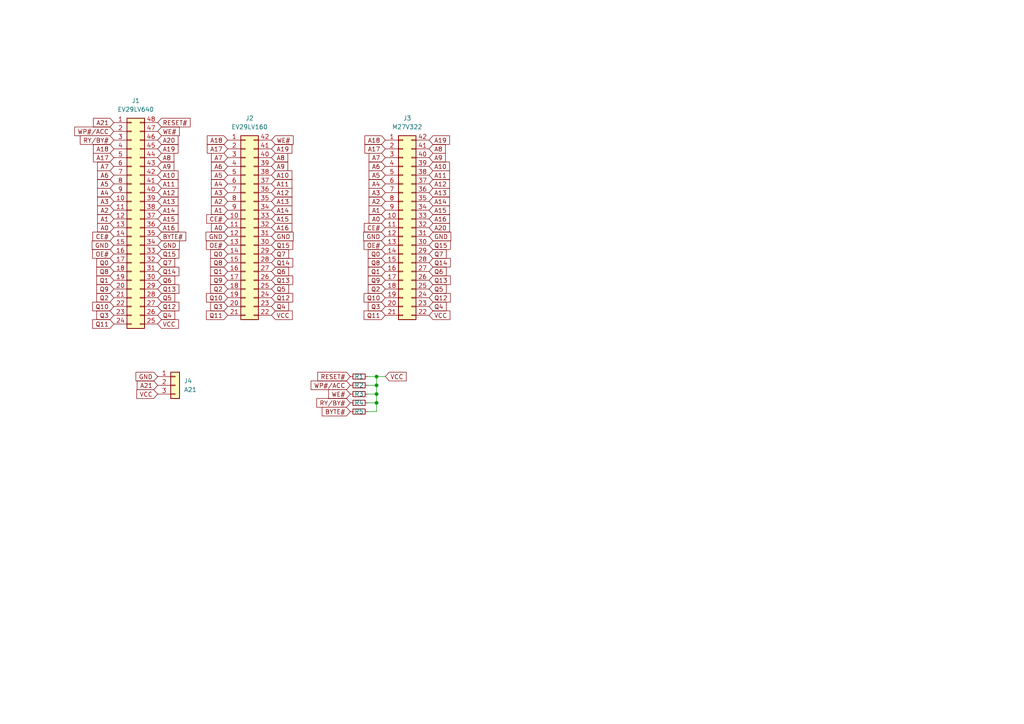
<source format=kicad_sch>
(kicad_sch (version 20230121) (generator eeschema)
  (paper "A4")
  (lib_symbols
    (symbol "Connector_Generic:Conn_01x03" (pin_names (offset 1.016) hide)
      (property "Reference" "J" (at 0 5.08 0))
      (property "Value" "Conn_01x03" (at 0 -5.08 0))
      (symbol "Conn_01x03_1_1"
        (rectangle (start -1.27 -2.413) (end 0 -2.667) (stroke (width 0.1524)))
        (rectangle (start -1.27 0.127) (end 0 -0.127) (stroke (width 0.1524)))
        (rectangle (start -1.27 2.667) (end 0 2.413) (stroke (width 0.1524)))
        (rectangle (start -1.27 3.81) (end 1.27 -3.81) (stroke (width 0.254)) (fill (type background)))
        (pin passive line (at -5.08 2.54 0) (length 3.81) (name "Pin_1") (number "1"))
        (pin passive line (at -5.08 0 0) (length 3.81) (name "Pin_2") (number "2"))
        (pin passive line (at -5.08 -2.54 0) (length 3.81) (name "Pin_3") (number "3"))
      )
    )
    (symbol "Connector_Generic:Conn_02x21_Counter_Clockwise" (pin_names (offset 1.016) hide)
      (property "Reference" "J" (at 1.27 27.94 0))
      (property "Value" "Conn_02x21_Counter_Clockwise" (at 1.27 -27.94 0))
      (symbol "Conn_02x21_Counter_Clockwise_1_1"
        (rectangle (start -1.27 -25.273) (end 0 -25.527) (stroke (width 0.1524)))
        (rectangle (start -1.27 -22.733) (end 0 -22.987) (stroke (width 0.1524)))
        (rectangle (start -1.27 -20.193) (end 0 -20.447) (stroke (width 0.1524)))
        (rectangle (start -1.27 -17.653) (end 0 -17.907) (stroke (width 0.1524)))
        (rectangle (start -1.27 -15.113) (end 0 -15.367) (stroke (width 0.1524)))
        (rectangle (start -1.27 -12.573) (end 0 -12.827) (stroke (width 0.1524)))
        (rectangle (start -1.27 -10.033) (end 0 -10.287) (stroke (width 0.1524)))
        (rectangle (start -1.27 -7.493) (end 0 -7.747) (stroke (width 0.1524)))
        (rectangle (start -1.27 -4.953) (end 0 -5.207) (stroke (width 0.1524)))
        (rectangle (start -1.27 -2.413) (end 0 -2.667) (stroke (width 0.1524)))
        (rectangle (start -1.27 0.127) (end 0 -0.127) (stroke (width 0.1524)))
        (rectangle (start -1.27 2.667) (end 0 2.413) (stroke (width 0.1524)))
        (rectangle (start -1.27 5.207) (end 0 4.953) (stroke (width 0.1524)))
        (rectangle (start -1.27 7.747) (end 0 7.493) (stroke (width 0.1524)))
        (rectangle (start -1.27 10.287) (end 0 10.033) (stroke (width 0.1524)))
        (rectangle (start -1.27 12.827) (end 0 12.573) (stroke (width 0.1524)))
        (rectangle (start -1.27 15.367) (end 0 15.113) (stroke (width 0.1524)))
        (rectangle (start -1.27 17.907) (end 0 17.653) (stroke (width 0.1524)))
        (rectangle (start -1.27 20.447) (end 0 20.193) (stroke (width 0.1524)))
        (rectangle (start -1.27 22.987) (end 0 22.733) (stroke (width 0.1524)))
        (rectangle (start -1.27 25.527) (end 0 25.273) (stroke (width 0.1524)))
        (rectangle (start -1.27 26.67) (end 3.81 -26.67) (stroke (width 0.254)) (fill (type background)))
        (rectangle (start 3.81 -25.273) (end 2.54 -25.527) (stroke (width 0.1524)))
        (rectangle (start 3.81 -22.733) (end 2.54 -22.987) (stroke (width 0.1524)))
        (rectangle (start 3.81 -20.193) (end 2.54 -20.447) (stroke (width 0.1524)))
        (rectangle (start 3.81 -17.653) (end 2.54 -17.907) (stroke (width 0.1524)))
        (rectangle (start 3.81 -15.113) (end 2.54 -15.367) (stroke (width 0.1524)))
        (rectangle (start 3.81 -12.573) (end 2.54 -12.827) (stroke (width 0.1524)))
        (rectangle (start 3.81 -10.033) (end 2.54 -10.287) (stroke (width 0.1524)))
        (rectangle (start 3.81 -7.493) (end 2.54 -7.747) (stroke (width 0.1524)))
        (rectangle (start 3.81 -4.953) (end 2.54 -5.207) (stroke (width 0.1524)))
        (rectangle (start 3.81 -2.413) (end 2.54 -2.667) (stroke (width 0.1524)))
        (rectangle (start 3.81 0.127) (end 2.54 -0.127) (stroke (width 0.1524)))
        (rectangle (start 3.81 2.667) (end 2.54 2.413) (stroke (width 0.1524)))
        (rectangle (start 3.81 5.207) (end 2.54 4.953) (stroke (width 0.1524)))
        (rectangle (start 3.81 7.747) (end 2.54 7.493) (stroke (width 0.1524)))
        (rectangle (start 3.81 10.287) (end 2.54 10.033) (stroke (width 0.1524)))
        (rectangle (start 3.81 12.827) (end 2.54 12.573) (stroke (width 0.1524)))
        (rectangle (start 3.81 15.367) (end 2.54 15.113) (stroke (width 0.1524)))
        (rectangle (start 3.81 17.907) (end 2.54 17.653) (stroke (width 0.1524)))
        (rectangle (start 3.81 20.447) (end 2.54 20.193) (stroke (width 0.1524)))
        (rectangle (start 3.81 22.987) (end 2.54 22.733) (stroke (width 0.1524)))
        (rectangle (start 3.81 25.527) (end 2.54 25.273) (stroke (width 0.1524)))
        (pin passive line (at -5.08 25.4 0) (length 3.81) (name "Pin_1") (number "1"))
        (pin passive line (at -5.08 2.54 0) (length 3.81) (name "Pin_10") (number "10"))
        (pin passive line (at -5.08 0 0) (length 3.81) (name "Pin_11") (number "11"))
        (pin passive line (at -5.08 -2.54 0) (length 3.81) (name "Pin_12") (number "12"))
        (pin passive line (at -5.08 -5.08 0) (length 3.81) (name "Pin_13") (number "13"))
        (pin passive line (at -5.08 -7.62 0) (length 3.81) (name "Pin_14") (number "14"))
        (pin passive line (at -5.08 -10.16 0) (length 3.81) (name "Pin_15") (number "15"))
        (pin passive line (at -5.08 -12.7 0) (length 3.81) (name "Pin_16") (number "16"))
        (pin passive line (at -5.08 -15.24 0) (length 3.81) (name "Pin_17") (number "17"))
        (pin passive line (at -5.08 -17.78 0) (length 3.81) (name "Pin_18") (number "18"))
        (pin passive line (at -5.08 -20.32 0) (length 3.81) (name "Pin_19") (number "19"))
        (pin passive line (at -5.08 22.86 0) (length 3.81) (name "Pin_2") (number "2"))
        (pin passive line (at -5.08 -22.86 0) (length 3.81) (name "Pin_20") (number "20"))
        (pin passive line (at -5.08 -25.4 0) (length 3.81) (name "Pin_21") (number "21"))
        (pin passive line (at 7.62 -25.4 180) (length 3.81) (name "Pin_22") (number "22"))
        (pin passive line (at 7.62 -22.86 180) (length 3.81) (name "Pin_23") (number "23"))
        (pin passive line (at 7.62 -20.32 180) (length 3.81) (name "Pin_24") (number "24"))
        (pin passive line (at 7.62 -17.78 180) (length 3.81) (name "Pin_25") (number "25"))
        (pin passive line (at 7.62 -15.24 180) (length 3.81) (name "Pin_26") (number "26"))
        (pin passive line (at 7.62 -12.7 180) (length 3.81) (name "Pin_27") (number "27"))
        (pin passive line (at 7.62 -10.16 180) (length 3.81) (name "Pin_28") (number "28"))
        (pin passive line (at 7.62 -7.62 180) (length 3.81) (name "Pin_29") (number "29"))
        (pin passive line (at -5.08 20.32 0) (length 3.81) (name "Pin_3") (number "3"))
        (pin passive line (at 7.62 -5.08 180) (length 3.81) (name "Pin_30") (number "30"))
        (pin passive line (at 7.62 -2.54 180) (length 3.81) (name "Pin_31") (number "31"))
        (pin passive line (at 7.62 0 180) (length 3.81) (name "Pin_32") (number "32"))
        (pin passive line (at 7.62 2.54 180) (length 3.81) (name "Pin_33") (number "33"))
        (pin passive line (at 7.62 5.08 180) (length 3.81) (name "Pin_34") (number "34"))
        (pin passive line (at 7.62 7.62 180) (length 3.81) (name "Pin_35") (number "35"))
        (pin passive line (at 7.62 10.16 180) (length 3.81) (name "Pin_36") (number "36"))
        (pin passive line (at 7.62 12.7 180) (length 3.81) (name "Pin_37") (number "37"))
        (pin passive line (at 7.62 15.24 180) (length 3.81) (name "Pin_38") (number "38"))
        (pin passive line (at 7.62 17.78 180) (length 3.81) (name "Pin_39") (number "39"))
        (pin passive line (at -5.08 17.78 0) (length 3.81) (name "Pin_4") (number "4"))
        (pin passive line (at 7.62 20.32 180) (length 3.81) (name "Pin_40") (number "40"))
        (pin passive line (at 7.62 22.86 180) (length 3.81) (name "Pin_41") (number "41"))
        (pin passive line (at 7.62 25.4 180) (length 3.81) (name "Pin_42") (number "42"))
        (pin passive line (at -5.08 15.24 0) (length 3.81) (name "Pin_5") (number "5"))
        (pin passive line (at -5.08 12.7 0) (length 3.81) (name "Pin_6") (number "6"))
        (pin passive line (at -5.08 10.16 0) (length 3.81) (name "Pin_7") (number "7"))
        (pin passive line (at -5.08 7.62 0) (length 3.81) (name "Pin_8") (number "8"))
        (pin passive line (at -5.08 5.08 0) (length 3.81) (name "Pin_9") (number "9"))
      )
    )
    (symbol "Connector_Generic:Conn_02x24_Counter_Clockwise" (pin_names (offset 1.016) hide)
      (property "Reference" "J" (at 1.27 30.48 0))
      (property "Value" "Conn_02x24_Counter_Clockwise" (at 1.27 -33.02 0))
      (symbol "Conn_02x24_Counter_Clockwise_1_1"
        (rectangle (start -1.27 -30.353) (end 0 -30.607) (stroke (width 0.1524)))
        (rectangle (start -1.27 -27.813) (end 0 -28.067) (stroke (width 0.1524)))
        (rectangle (start -1.27 -25.273) (end 0 -25.527) (stroke (width 0.1524)))
        (rectangle (start -1.27 -22.733) (end 0 -22.987) (stroke (width 0.1524)))
        (rectangle (start -1.27 -20.193) (end 0 -20.447) (stroke (width 0.1524)))
        (rectangle (start -1.27 -17.653) (end 0 -17.907) (stroke (width 0.1524)))
        (rectangle (start -1.27 -15.113) (end 0 -15.367) (stroke (width 0.1524)))
        (rectangle (start -1.27 -12.573) (end 0 -12.827) (stroke (width 0.1524)))
        (rectangle (start -1.27 -10.033) (end 0 -10.287) (stroke (width 0.1524)))
        (rectangle (start -1.27 -7.493) (end 0 -7.747) (stroke (width 0.1524)))
        (rectangle (start -1.27 -4.953) (end 0 -5.207) (stroke (width 0.1524)))
        (rectangle (start -1.27 -2.413) (end 0 -2.667) (stroke (width 0.1524)))
        (rectangle (start -1.27 0.127) (end 0 -0.127) (stroke (width 0.1524)))
        (rectangle (start -1.27 2.667) (end 0 2.413) (stroke (width 0.1524)))
        (rectangle (start -1.27 5.207) (end 0 4.953) (stroke (width 0.1524)))
        (rectangle (start -1.27 7.747) (end 0 7.493) (stroke (width 0.1524)))
        (rectangle (start -1.27 10.287) (end 0 10.033) (stroke (width 0.1524)))
        (rectangle (start -1.27 12.827) (end 0 12.573) (stroke (width 0.1524)))
        (rectangle (start -1.27 15.367) (end 0 15.113) (stroke (width 0.1524)))
        (rectangle (start -1.27 17.907) (end 0 17.653) (stroke (width 0.1524)))
        (rectangle (start -1.27 20.447) (end 0 20.193) (stroke (width 0.1524)))
        (rectangle (start -1.27 22.987) (end 0 22.733) (stroke (width 0.1524)))
        (rectangle (start -1.27 25.527) (end 0 25.273) (stroke (width 0.1524)))
        (rectangle (start -1.27 28.067) (end 0 27.813) (stroke (width 0.1524)))
        (rectangle (start -1.27 29.21) (end 3.81 -31.75) (stroke (width 0.254)) (fill (type background)))
        (rectangle (start 3.81 -30.353) (end 2.54 -30.607) (stroke (width 0.1524)))
        (rectangle (start 3.81 -27.813) (end 2.54 -28.067) (stroke (width 0.1524)))
        (rectangle (start 3.81 -25.273) (end 2.54 -25.527) (stroke (width 0.1524)))
        (rectangle (start 3.81 -22.733) (end 2.54 -22.987) (stroke (width 0.1524)))
        (rectangle (start 3.81 -20.193) (end 2.54 -20.447) (stroke (width 0.1524)))
        (rectangle (start 3.81 -17.653) (end 2.54 -17.907) (stroke (width 0.1524)))
        (rectangle (start 3.81 -15.113) (end 2.54 -15.367) (stroke (width 0.1524)))
        (rectangle (start 3.81 -12.573) (end 2.54 -12.827) (stroke (width 0.1524)))
        (rectangle (start 3.81 -10.033) (end 2.54 -10.287) (stroke (width 0.1524)))
        (rectangle (start 3.81 -7.493) (end 2.54 -7.747) (stroke (width 0.1524)))
        (rectangle (start 3.81 -4.953) (end 2.54 -5.207) (stroke (width 0.1524)))
        (rectangle (start 3.81 -2.413) (end 2.54 -2.667) (stroke (width 0.1524)))
        (rectangle (start 3.81 0.127) (end 2.54 -0.127) (stroke (width 0.1524)))
        (rectangle (start 3.81 2.667) (end 2.54 2.413) (stroke (width 0.1524)))
        (rectangle (start 3.81 5.207) (end 2.54 4.953) (stroke (width 0.1524)))
        (rectangle (start 3.81 7.747) (end 2.54 7.493) (stroke (width 0.1524)))
        (rectangle (start 3.81 10.287) (end 2.54 10.033) (stroke (width 0.1524)))
        (rectangle (start 3.81 12.827) (end 2.54 12.573) (stroke (width 0.1524)))
        (rectangle (start 3.81 15.367) (end 2.54 15.113) (stroke (width 0.1524)))
        (rectangle (start 3.81 17.907) (end 2.54 17.653) (stroke (width 0.1524)))
        (rectangle (start 3.81 20.447) (end 2.54 20.193) (stroke (width 0.1524)))
        (rectangle (start 3.81 22.987) (end 2.54 22.733) (stroke (width 0.1524)))
        (rectangle (start 3.81 25.527) (end 2.54 25.273) (stroke (width 0.1524)))
        (rectangle (start 3.81 28.067) (end 2.54 27.813) (stroke (width 0.1524)))
        (pin passive line (at -5.08 27.94 0) (length 3.81) (name "Pin_1") (number "1"))
        (pin passive line (at -5.08 5.08 0) (length 3.81) (name "Pin_10") (number "10"))
        (pin passive line (at -5.08 2.54 0) (length 3.81) (name "Pin_11") (number "11"))
        (pin passive line (at -5.08 0 0) (length 3.81) (name "Pin_12") (number "12"))
        (pin passive line (at -5.08 -2.54 0) (length 3.81) (name "Pin_13") (number "13"))
        (pin passive line (at -5.08 -5.08 0) (length 3.81) (name "Pin_14") (number "14"))
        (pin passive line (at -5.08 -7.62 0) (length 3.81) (name "Pin_15") (number "15"))
        (pin passive line (at -5.08 -10.16 0) (length 3.81) (name "Pin_16") (number "16"))
        (pin passive line (at -5.08 -12.7 0) (length 3.81) (name "Pin_17") (number "17"))
        (pin passive line (at -5.08 -15.24 0) (length 3.81) (name "Pin_18") (number "18"))
        (pin passive line (at -5.08 -17.78 0) (length 3.81) (name "Pin_19") (number "19"))
        (pin passive line (at -5.08 25.4 0) (length 3.81) (name "Pin_2") (number "2"))
        (pin passive line (at -5.08 -20.32 0) (length 3.81) (name "Pin_20") (number "20"))
        (pin passive line (at -5.08 -22.86 0) (length 3.81) (name "Pin_21") (number "21"))
        (pin passive line (at -5.08 -25.4 0) (length 3.81) (name "Pin_22") (number "22"))
        (pin passive line (at -5.08 -27.94 0) (length 3.81) (name "Pin_23") (number "23"))
        (pin passive line (at -5.08 -30.48 0) (length 3.81) (name "Pin_24") (number "24"))
        (pin passive line (at 7.62 -30.48 180) (length 3.81) (name "Pin_25") (number "25"))
        (pin passive line (at 7.62 -27.94 180) (length 3.81) (name "Pin_26") (number "26"))
        (pin passive line (at 7.62 -25.4 180) (length 3.81) (name "Pin_27") (number "27"))
        (pin passive line (at 7.62 -22.86 180) (length 3.81) (name "Pin_28") (number "28"))
        (pin passive line (at 7.62 -20.32 180) (length 3.81) (name "Pin_29") (number "29"))
        (pin passive line (at -5.08 22.86 0) (length 3.81) (name "Pin_3") (number "3"))
        (pin passive line (at 7.62 -17.78 180) (length 3.81) (name "Pin_30") (number "30"))
        (pin passive line (at 7.62 -15.24 180) (length 3.81) (name "Pin_31") (number "31"))
        (pin passive line (at 7.62 -12.7 180) (length 3.81) (name "Pin_32") (number "32"))
        (pin passive line (at 7.62 -10.16 180) (length 3.81) (name "Pin_33") (number "33"))
        (pin passive line (at 7.62 -7.62 180) (length 3.81) (name "Pin_34") (number "34"))
        (pin passive line (at 7.62 -5.08 180) (length 3.81) (name "Pin_35") (number "35"))
        (pin passive line (at 7.62 -2.54 180) (length 3.81) (name "Pin_36") (number "36"))
        (pin passive line (at 7.62 0 180) (length 3.81) (name "Pin_37") (number "37"))
        (pin passive line (at 7.62 2.54 180) (length 3.81) (name "Pin_38") (number "38"))
        (pin passive line (at 7.62 5.08 180) (length 3.81) (name "Pin_39") (number "39"))
        (pin passive line (at -5.08 20.32 0) (length 3.81) (name "Pin_4") (number "4"))
        (pin passive line (at 7.62 7.62 180) (length 3.81) (name "Pin_40") (number "40"))
        (pin passive line (at 7.62 10.16 180) (length 3.81) (name "Pin_41") (number "41"))
        (pin passive line (at 7.62 12.7 180) (length 3.81) (name "Pin_42") (number "42"))
        (pin passive line (at 7.62 15.24 180) (length 3.81) (name "Pin_43") (number "43"))
        (pin passive line (at 7.62 17.78 180) (length 3.81) (name "Pin_44") (number "44"))
        (pin passive line (at 7.62 20.32 180) (length 3.81) (name "Pin_45") (number "45"))
        (pin passive line (at 7.62 22.86 180) (length 3.81) (name "Pin_46") (number "46"))
        (pin passive line (at 7.62 25.4 180) (length 3.81) (name "Pin_47") (number "47"))
        (pin passive line (at 7.62 27.94 180) (length 3.81) (name "Pin_48") (number "48"))
        (pin passive line (at -5.08 17.78 0) (length 3.81) (name "Pin_5") (number "5"))
        (pin passive line (at -5.08 15.24 0) (length 3.81) (name "Pin_6") (number "6"))
        (pin passive line (at -5.08 12.7 0) (length 3.81) (name "Pin_7") (number "7"))
        (pin passive line (at -5.08 10.16 0) (length 3.81) (name "Pin_8") (number "8"))
        (pin passive line (at -5.08 7.62 0) (length 3.81) (name "Pin_9") (number "9"))
      )
    )
    (symbol "Device:R_Small" (pin_numbers hide) (pin_names (offset 0.254) hide)
      (property "Reference" "R" (at 0.762 0.508 0))
      (property "Value" "R_Small" (at 0.762 -1.016 0))
      (symbol "R_Small_0_1"
        (rectangle (start -0.762 1.778) (end 0.762 -1.778) (stroke (width 0.2032)))
      )
      (symbol "R_Small_1_1"
        (pin passive line (at 0 2.54 270) (length 0.762) (name "~") (number "1"))
        (pin passive line (at 0 -2.54 90) (length 0.762) (name "~") (number "2"))
      )
    )
  )
  (junction (at 109.22 114.3))
  (junction (at 109.22 111.76))
  (junction (at 109.22 109.22))
  (junction (at 109.22 116.84))
  (wire (pts (xy 109.22 119.38) (xy 109.22 116.84)))
  (wire (pts (xy 109.22 111.76) (xy 109.22 109.22)))
  (wire (pts (xy 106.68 114.3) (xy 109.22 114.3)))
  (wire (pts (xy 109.22 116.84) (xy 109.22 114.3)))
  (wire (pts (xy 106.68 116.84) (xy 109.22 116.84)))
  (wire (pts (xy 109.22 114.3) (xy 109.22 111.76)))
  (wire (pts (xy 109.22 109.22) (xy 106.68 109.22)))
  (wire (pts (xy 106.68 119.38) (xy 109.22 119.38)))
  (wire (pts (xy 109.22 109.22) (xy 111.76 109.22)))
  (wire (pts (xy 106.68 111.76) (xy 109.22 111.76)))
  (global_label "VCC" (shape input) (at 78.74 91.44 0) (property "Intersheetrefs" "${INTERSHEET_REFS}" (effects hide)))
  (global_label "Q9" (shape input) (at 66.04 81.28 180) (property "Intersheetrefs" "${INTERSHEET_REFS}" (effects hide)))
  (global_label "A18" (shape input) (at 33.02 43.18 180) (property "Intersheetrefs" "${INTERSHEET_REFS}" (effects hide)))
  (global_label "Q2" (shape input) (at 111.76 83.82 180) (property "Intersheetrefs" "${INTERSHEET_REFS}" (effects hide)))
  (global_label "GND" (shape input) (at 45.72 109.22 180) (property "Intersheetrefs" "${INTERSHEET_REFS}" (effects hide)))
  (global_label "Q14" (shape input) (at 78.74 76.2 0) (property "Intersheetrefs" "${INTERSHEET_REFS}" (effects hide)))
  (global_label "Q8" (shape input) (at 66.04 76.2 180) (property "Intersheetrefs" "${INTERSHEET_REFS}" (effects hide)))
  (global_label "Q8" (shape input) (at 33.02 78.74 180) (property "Intersheetrefs" "${INTERSHEET_REFS}" (effects hide)))
  (global_label "OE#" (shape input) (at 111.76 71.12 180) (property "Intersheetrefs" "${INTERSHEET_REFS}" (effects hide)))
  (global_label "WE#" (shape input) (at 45.72 38.1 0) (property "Intersheetrefs" "${INTERSHEET_REFS}" (effects hide)))
  (global_label "OE#" (shape input) (at 33.02 73.66 180) (property "Intersheetrefs" "${INTERSHEET_REFS}" (effects hide)))
  (global_label "A17" (shape input) (at 33.02 45.72 180) (property "Intersheetrefs" "${INTERSHEET_REFS}" (effects hide)))
  (global_label "A10" (shape input) (at 124.46 48.26 0) (property "Intersheetrefs" "${INTERSHEET_REFS}" (effects hide)))
  (global_label "A5" (shape input) (at 111.76 50.8 180) (property "Intersheetrefs" "${INTERSHEET_REFS}" (effects hide)))
  (global_label "WE#" (shape input) (at 78.74 40.64 0) (property "Intersheetrefs" "${INTERSHEET_REFS}" (effects hide)))
  (global_label "A2" (shape input) (at 33.02 60.96 180) (property "Intersheetrefs" "${INTERSHEET_REFS}" (effects hide)))
  (global_label "Q6" (shape input) (at 78.74 78.74 0) (property "Intersheetrefs" "${INTERSHEET_REFS}" (effects hide)))
  (global_label "Q1" (shape input) (at 111.76 78.74 180) (property "Intersheetrefs" "${INTERSHEET_REFS}" (effects hide)))
  (global_label "GND" (shape input) (at 78.74 68.58 0) (property "Intersheetrefs" "${INTERSHEET_REFS}" (effects hide)))
  (global_label "Q15" (shape input) (at 45.72 73.66 0) (property "Intersheetrefs" "${INTERSHEET_REFS}" (effects hide)))
  (global_label "Q12" (shape input) (at 45.72 88.9 0) (property "Intersheetrefs" "${INTERSHEET_REFS}" (effects hide)))
  (global_label "VCC" (shape input) (at 111.76 109.22 0) (property "Intersheetrefs" "${INTERSHEET_REFS}" (effects hide)))
  (global_label "A8" (shape input) (at 78.74 45.72 0) (property "Intersheetrefs" "${INTERSHEET_REFS}" (effects hide)))
  (global_label "A3" (shape input) (at 111.76 55.88 180) (property "Intersheetrefs" "${INTERSHEET_REFS}" (effects hide)))
  (global_label "Q3" (shape input) (at 33.02 91.44 180) (property "Intersheetrefs" "${INTERSHEET_REFS}" (effects hide)))
  (global_label "A21" (shape input) (at 45.72 111.76 180) (property "Intersheetrefs" "${INTERSHEET_REFS}" (effects hide)))
  (global_label "Q13" (shape input) (at 124.46 81.28 0) (property "Intersheetrefs" "${INTERSHEET_REFS}" (effects hide)))
  (global_label "Q5" (shape input) (at 78.74 83.82 0) (property "Intersheetrefs" "${INTERSHEET_REFS}" (effects hide)))
  (global_label "GND" (shape input) (at 111.76 68.58 180) (property "Intersheetrefs" "${INTERSHEET_REFS}" (effects hide)))
  (global_label "Q10" (shape input) (at 33.02 88.9 180) (property "Intersheetrefs" "${INTERSHEET_REFS}" (effects hide)))
  (global_label "Q5" (shape input) (at 124.46 83.82 0) (property "Intersheetrefs" "${INTERSHEET_REFS}" (effects hide)))
  (global_label "Q7" (shape input) (at 78.74 73.66 0) (property "Intersheetrefs" "${INTERSHEET_REFS}" (effects hide)))
  (global_label "A15" (shape input) (at 124.46 60.96 0) (property "Intersheetrefs" "${INTERSHEET_REFS}" (effects hide)))
  (global_label "Q12" (shape input) (at 124.46 86.36 0) (property "Intersheetrefs" "${INTERSHEET_REFS}" (effects hide)))
  (global_label "A12" (shape input) (at 45.72 55.88 0) (property "Intersheetrefs" "${INTERSHEET_REFS}" (effects hide)))
  (global_label "A12" (shape input) (at 78.74 55.88 0) (property "Intersheetrefs" "${INTERSHEET_REFS}" (effects hide)))
  (global_label "A17" (shape input) (at 66.04 43.18 180) (property "Intersheetrefs" "${INTERSHEET_REFS}" (effects hide)))
  (global_label "A7" (shape input) (at 66.04 45.72 180) (property "Intersheetrefs" "${INTERSHEET_REFS}" (effects hide)))
  (global_label "A6" (shape input) (at 33.02 50.8 180) (property "Intersheetrefs" "${INTERSHEET_REFS}" (effects hide)))
  (global_label "Q11" (shape input) (at 33.02 93.98 180) (property "Intersheetrefs" "${INTERSHEET_REFS}" (effects hide)))
  (global_label "A12" (shape input) (at 124.46 53.34 0) (property "Intersheetrefs" "${INTERSHEET_REFS}" (effects hide)))
  (global_label "Q3" (shape input) (at 111.76 88.9 180) (property "Intersheetrefs" "${INTERSHEET_REFS}" (effects hide)))
  (global_label "A5" (shape input) (at 33.02 53.34 180) (property "Intersheetrefs" "${INTERSHEET_REFS}" (effects hide)))
  (global_label "A4" (shape input) (at 33.02 55.88 180) (property "Intersheetrefs" "${INTERSHEET_REFS}" (effects hide)))
  (global_label "A6" (shape input) (at 66.04 48.26 180) (property "Intersheetrefs" "${INTERSHEET_REFS}" (effects hide)))
  (global_label "Q8" (shape input) (at 111.76 76.2 180) (property "Intersheetrefs" "${INTERSHEET_REFS}" (effects hide)))
  (global_label "A19" (shape input) (at 78.74 43.18 0) (property "Intersheetrefs" "${INTERSHEET_REFS}" (effects hide)))
  (global_label "A13" (shape input) (at 45.72 58.42 0) (property "Intersheetrefs" "${INTERSHEET_REFS}" (effects hide)))
  (global_label "RY{slash}BY#" (shape input) (at 33.02 40.64 180) (property "Intersheetrefs" "${INTERSHEET_REFS}" (effects hide)))
  (global_label "RY{slash}BY#" (shape input) (at 101.6 116.84 180) (property "Intersheetrefs" "${INTERSHEET_REFS}" (effects hide)))
  (global_label "A0" (shape input) (at 66.04 66.04 180) (property "Intersheetrefs" "${INTERSHEET_REFS}" (effects hide)))
  (global_label "A11" (shape input) (at 124.46 50.8 0) (property "Intersheetrefs" "${INTERSHEET_REFS}" (effects hide)))
  (global_label "Q3" (shape input) (at 66.04 88.9 180) (property "Intersheetrefs" "${INTERSHEET_REFS}" (effects hide)))
  (global_label "GND" (shape input) (at 66.04 68.58 180) (property "Intersheetrefs" "${INTERSHEET_REFS}" (effects hide)))
  (global_label "A7" (shape input) (at 111.76 45.72 180) (property "Intersheetrefs" "${INTERSHEET_REFS}" (effects hide)))
  (global_label "A13" (shape input) (at 124.46 55.88 0) (property "Intersheetrefs" "${INTERSHEET_REFS}" (effects hide)))
  (global_label "Q11" (shape input) (at 111.76 91.44 180) (property "Intersheetrefs" "${INTERSHEET_REFS}" (effects hide)))
  (global_label "A9" (shape input) (at 45.72 48.26 0) (property "Intersheetrefs" "${INTERSHEET_REFS}" (effects hide)))
  (global_label "A17" (shape input) (at 111.76 43.18 180) (property "Intersheetrefs" "${INTERSHEET_REFS}" (effects hide)))
  (global_label "A14" (shape input) (at 45.72 60.96 0) (property "Intersheetrefs" "${INTERSHEET_REFS}" (effects hide)))
  (global_label "Q15" (shape input) (at 78.74 71.12 0) (property "Intersheetrefs" "${INTERSHEET_REFS}" (effects hide)))
  (global_label "Q10" (shape input) (at 111.76 86.36 180) (property "Intersheetrefs" "${INTERSHEET_REFS}" (effects hide)))
  (global_label "Q14" (shape input) (at 124.46 76.2 0) (property "Intersheetrefs" "${INTERSHEET_REFS}" (effects hide)))
  (global_label "Q1" (shape input) (at 33.02 81.28 180) (property "Intersheetrefs" "${INTERSHEET_REFS}" (effects hide)))
  (global_label "A6" (shape input) (at 111.76 48.26 180) (property "Intersheetrefs" "${INTERSHEET_REFS}" (effects hide)))
  (global_label "A11" (shape input) (at 78.74 53.34 0) (property "Intersheetrefs" "${INTERSHEET_REFS}" (effects hide)))
  (global_label "A19" (shape input) (at 45.72 43.18 0) (property "Intersheetrefs" "${INTERSHEET_REFS}" (effects hide)))
  (global_label "A8" (shape input) (at 124.46 43.18 0) (property "Intersheetrefs" "${INTERSHEET_REFS}" (effects hide)))
  (global_label "OE#" (shape input) (at 66.04 71.12 180) (property "Intersheetrefs" "${INTERSHEET_REFS}" (effects hide)))
  (global_label "A4" (shape input) (at 66.04 53.34 180) (property "Intersheetrefs" "${INTERSHEET_REFS}" (effects hide)))
  (global_label "A14" (shape input) (at 78.74 60.96 0) (property "Intersheetrefs" "${INTERSHEET_REFS}" (effects hide)))
  (global_label "GND" (shape input) (at 33.02 71.12 180) (property "Intersheetrefs" "${INTERSHEET_REFS}" (effects hide)))
  (global_label "A20" (shape input) (at 124.46 66.04 0) (property "Intersheetrefs" "${INTERSHEET_REFS}" (effects hide)))
  (global_label "WP#{slash}ACC" (shape input) (at 101.6 111.76 180) (property "Intersheetrefs" "${INTERSHEET_REFS}" (effects hide)))
  (global_label "GND" (shape input) (at 45.72 71.12 0) (property "Intersheetrefs" "${INTERSHEET_REFS}" (effects hide)))
  (global_label "Q6" (shape input) (at 45.72 81.28 0) (property "Intersheetrefs" "${INTERSHEET_REFS}" (effects hide)))
  (global_label "Q12" (shape input) (at 78.74 86.36 0) (property "Intersheetrefs" "${INTERSHEET_REFS}" (effects hide)))
  (global_label "A16" (shape input) (at 45.72 66.04 0) (property "Intersheetrefs" "${INTERSHEET_REFS}" (effects hide)))
  (global_label "A15" (shape input) (at 78.74 63.5 0) (property "Intersheetrefs" "${INTERSHEET_REFS}" (effects hide)))
  (global_label "A9" (shape input) (at 124.46 45.72 0) (property "Intersheetrefs" "${INTERSHEET_REFS}" (effects hide)))
  (global_label "Q6" (shape input) (at 124.46 78.74 0) (property "Intersheetrefs" "${INTERSHEET_REFS}" (effects hide)))
  (global_label "Q11" (shape input) (at 66.04 91.44 180) (property "Intersheetrefs" "${INTERSHEET_REFS}" (effects hide)))
  (global_label "WE#" (shape input) (at 101.6 114.3 180) (property "Intersheetrefs" "${INTERSHEET_REFS}" (effects hide)))
  (global_label "A2" (shape input) (at 66.04 58.42 180) (property "Intersheetrefs" "${INTERSHEET_REFS}" (effects hide)))
  (global_label "A8" (shape input) (at 45.72 45.72 0) (property "Intersheetrefs" "${INTERSHEET_REFS}" (effects hide)))
  (global_label "A0" (shape input) (at 111.76 63.5 180) (property "Intersheetrefs" "${INTERSHEET_REFS}" (effects hide)))
  (global_label "A5" (shape input) (at 66.04 50.8 180) (property "Intersheetrefs" "${INTERSHEET_REFS}" (effects hide)))
  (global_label "A19" (shape input) (at 124.46 40.64 0) (property "Intersheetrefs" "${INTERSHEET_REFS}" (effects hide)))
  (global_label "Q4" (shape input) (at 78.74 88.9 0) (property "Intersheetrefs" "${INTERSHEET_REFS}" (effects hide)))
  (global_label "BYTE#" (shape input) (at 45.72 68.58 0) (property "Intersheetrefs" "${INTERSHEET_REFS}" (effects hide)))
  (global_label "A18" (shape input) (at 111.76 40.64 180) (property "Intersheetrefs" "${INTERSHEET_REFS}" (effects hide)))
  (global_label "A16" (shape input) (at 124.46 63.5 0) (property "Intersheetrefs" "${INTERSHEET_REFS}" (effects hide)))
  (global_label "Q7" (shape input) (at 45.72 76.2 0) (property "Intersheetrefs" "${INTERSHEET_REFS}" (effects hide)))
  (global_label "Q9" (shape input) (at 33.02 83.82 180) (property "Intersheetrefs" "${INTERSHEET_REFS}" (effects hide)))
  (global_label "A7" (shape input) (at 33.02 48.26 180) (property "Intersheetrefs" "${INTERSHEET_REFS}" (effects hide)))
  (global_label "Q0" (shape input) (at 66.04 73.66 180) (property "Intersheetrefs" "${INTERSHEET_REFS}" (effects hide)))
  (global_label "Q1" (shape input) (at 66.04 78.74 180) (property "Intersheetrefs" "${INTERSHEET_REFS}" (effects hide)))
  (global_label "A9" (shape input) (at 78.74 48.26 0) (property "Intersheetrefs" "${INTERSHEET_REFS}" (effects hide)))
  (global_label "Q14" (shape input) (at 45.72 78.74 0) (property "Intersheetrefs" "${INTERSHEET_REFS}" (effects hide)))
  (global_label "A13" (shape input) (at 78.74 58.42 0) (property "Intersheetrefs" "${INTERSHEET_REFS}" (effects hide)))
  (global_label "A3" (shape input) (at 66.04 55.88 180) (property "Intersheetrefs" "${INTERSHEET_REFS}" (effects hide)))
  (global_label "VCC" (shape input) (at 124.46 91.44 0) (property "Intersheetrefs" "${INTERSHEET_REFS}" (effects hide)))
  (global_label "A14" (shape input) (at 124.46 58.42 0) (property "Intersheetrefs" "${INTERSHEET_REFS}" (effects hide)))
  (global_label "A1" (shape input) (at 66.04 60.96 180) (property "Intersheetrefs" "${INTERSHEET_REFS}" (effects hide)))
  (global_label "Q0" (shape input) (at 33.02 76.2 180) (property "Intersheetrefs" "${INTERSHEET_REFS}" (effects hide)))
  (global_label "Q5" (shape input) (at 45.72 86.36 0) (property "Intersheetrefs" "${INTERSHEET_REFS}" (effects hide)))
  (global_label "A1" (shape input) (at 111.76 60.96 180) (property "Intersheetrefs" "${INTERSHEET_REFS}" (effects hide)))
  (global_label "A4" (shape input) (at 111.76 53.34 180) (property "Intersheetrefs" "${INTERSHEET_REFS}" (effects hide)))
  (global_label "Q4" (shape input) (at 45.72 91.44 0) (property "Intersheetrefs" "${INTERSHEET_REFS}" (effects hide)))
  (global_label "BYTE#" (shape input) (at 101.6 119.38 180) (property "Intersheetrefs" "${INTERSHEET_REFS}" (effects hide)))
  (global_label "A21" (shape input) (at 33.02 35.56 180) (property "Intersheetrefs" "${INTERSHEET_REFS}" (effects hide)))
  (global_label "A0" (shape input) (at 33.02 66.04 180) (property "Intersheetrefs" "${INTERSHEET_REFS}" (effects hide)))
  (global_label "A11" (shape input) (at 45.72 53.34 0) (property "Intersheetrefs" "${INTERSHEET_REFS}" (effects hide)))
  (global_label "RESET#" (shape input) (at 101.6 109.22 180) (property "Intersheetrefs" "${INTERSHEET_REFS}" (effects hide)))
  (global_label "A10" (shape input) (at 45.72 50.8 0) (property "Intersheetrefs" "${INTERSHEET_REFS}" (effects hide)))
  (global_label "A1" (shape input) (at 33.02 63.5 180) (property "Intersheetrefs" "${INTERSHEET_REFS}" (effects hide)))
  (global_label "A15" (shape input) (at 45.72 63.5 0) (property "Intersheetrefs" "${INTERSHEET_REFS}" (effects hide)))
  (global_label "A18" (shape input) (at 66.04 40.64 180) (property "Intersheetrefs" "${INTERSHEET_REFS}" (effects hide)))
  (global_label "A10" (shape input) (at 78.74 50.8 0) (property "Intersheetrefs" "${INTERSHEET_REFS}" (effects hide)))
  (global_label "CE#" (shape input) (at 66.04 63.5 180) (property "Intersheetrefs" "${INTERSHEET_REFS}" (effects hide)))
  (global_label "A20" (shape input) (at 45.72 40.64 0) (property "Intersheetrefs" "${INTERSHEET_REFS}" (effects hide)))
  (global_label "VCC" (shape input) (at 45.72 93.98 0) (property "Intersheetrefs" "${INTERSHEET_REFS}" (effects hide)))
  (global_label "Q2" (shape input) (at 66.04 83.82 180) (property "Intersheetrefs" "${INTERSHEET_REFS}" (effects hide)))
  (global_label "Q13" (shape input) (at 78.74 81.28 0) (property "Intersheetrefs" "${INTERSHEET_REFS}" (effects hide)))
  (global_label "VCC" (shape input) (at 45.72 114.3 180) (property "Intersheetrefs" "${INTERSHEET_REFS}" (effects hide)))
  (global_label "Q7" (shape input) (at 124.46 73.66 0) (property "Intersheetrefs" "${INTERSHEET_REFS}" (effects hide)))
  (global_label "Q10" (shape input) (at 66.04 86.36 180) (property "Intersheetrefs" "${INTERSHEET_REFS}" (effects hide)))
  (global_label "Q13" (shape input) (at 45.72 83.82 0) (property "Intersheetrefs" "${INTERSHEET_REFS}" (effects hide)))
  (global_label "WP#{slash}ACC" (shape input) (at 33.02 38.1 180) (property "Intersheetrefs" "${INTERSHEET_REFS}" (effects hide)))
  (global_label "CE#" (shape input) (at 111.76 66.04 180) (property "Intersheetrefs" "${INTERSHEET_REFS}" (effects hide)))
  (global_label "GND" (shape input) (at 124.46 68.58 0) (property "Intersheetrefs" "${INTERSHEET_REFS}" (effects hide)))
  (global_label "Q2" (shape input) (at 33.02 86.36 180) (property "Intersheetrefs" "${INTERSHEET_REFS}" (effects hide)))
  (global_label "Q4" (shape input) (at 124.46 88.9 0) (property "Intersheetrefs" "${INTERSHEET_REFS}" (effects hide)))
  (global_label "Q9" (shape input) (at 111.76 81.28 180) (property "Intersheetrefs" "${INTERSHEET_REFS}" (effects hide)))
  (global_label "Q0" (shape input) (at 111.76 73.66 180) (property "Intersheetrefs" "${INTERSHEET_REFS}" (effects hide)))
  (global_label "A2" (shape input) (at 111.76 58.42 180) (property "Intersheetrefs" "${INTERSHEET_REFS}" (effects hide)))
  (global_label "Q15" (shape input) (at 124.46 71.12 0) (property "Intersheetrefs" "${INTERSHEET_REFS}" (effects hide)))
  (global_label "A16" (shape input) (at 78.74 66.04 0) (property "Intersheetrefs" "${INTERSHEET_REFS}" (effects hide)))
  (global_label "A3" (shape input) (at 33.02 58.42 180) (property "Intersheetrefs" "${INTERSHEET_REFS}" (effects hide)))
  (global_label "RESET#" (shape input) (at 45.72 35.56 0) (property "Intersheetrefs" "${INTERSHEET_REFS}" (effects hide)))
  (global_label "CE#" (shape input) (at 33.02 68.58 180) (property "Intersheetrefs" "${INTERSHEET_REFS}" (effects hide)))
  (symbol (lib_id "Connector_Generic:Conn_02x21_Counter_Clockwise") (at 71.12 66.04 0) (unit 1)
    (property "Reference" "J2" (at 72.39 34.29 0))
    (property "Value" "EV29LV160" (at 72.39 36.83 0))
    (property "Footprint" "Package_DIP:DIP-42_W15.24mm_Socket" (effects hide))
  )
  (symbol (lib_id "Connector_Generic:Conn_02x21_Counter_Clockwise") (at 116.84 66.04 0) (unit 1)
    (property "Reference" "J3" (at 118.11 34.29 0))
    (property "Value" "M27V322" (at 118.11 36.83 0))
    (property "Footprint" "Package_DIP:DIP-42_W15.24mm_Socket" (effects hide))
  )
  (symbol (lib_id "Device:R_Small") (at 104.14 116.84 90) (unit 1)
    (property "Reference" "R4" (at 104.14 116.84 90))
    (property "Value" "R_Small" (effects hide))
    (property "Footprint" "Resistor_THT:R_Axial_DIN0207_L6.3mm_D2.5mm_P10.16mm_Horizontal" (effects hide))
  )
  (symbol (lib_id "Device:R_Small") (at 104.14 114.3 90) (unit 1)
    (property "Reference" "R3" (at 104.14 114.3 90))
    (property "Value" "R_Small" (effects hide))
    (property "Footprint" "Resistor_THT:R_Axial_DIN0207_L6.3mm_D2.5mm_P10.16mm_Horizontal" (effects hide))
  )
  (symbol (lib_id "Connector_Generic:Conn_02x24_Counter_Clockwise") (at 38.1 63.5 0) (unit 1)
    (property "Reference" "J1" (at 39.37 29.21 0))
    (property "Value" "EV29LV640" (at 39.37 31.75 0))
    (property "Footprint" "Package_DIP:DIP-48_W15.24mm_Socket" (effects hide))
  )
  (symbol (lib_id "Device:R_Small") (at 104.14 119.38 90) (unit 1)
    (property "Reference" "R5" (at 104.14 119.38 90))
    (property "Value" "R_Small" (effects hide))
    (property "Footprint" "Resistor_THT:R_Axial_DIN0207_L6.3mm_D2.5mm_P10.16mm_Horizontal" (effects hide))
  )
  (symbol (lib_id "Device:R_Small") (at 104.14 109.22 90) (unit 1)
    (property "Reference" "R1" (at 104.14 109.22 90))
    (property "Value" "R_Small" (effects hide))
    (property "Footprint" "Resistor_THT:R_Axial_DIN0207_L6.3mm_D2.5mm_P10.16mm_Horizontal" (effects hide))
  )
  (symbol (lib_id "Device:R_Small") (at 104.14 111.76 90) (unit 1)
    (property "Reference" "R2" (at 104.14 111.76 90))
    (property "Value" "R_Small" (effects hide))
    (property "Footprint" "Resistor_THT:R_Axial_DIN0207_L6.3mm_D2.5mm_P10.16mm_Horizontal" (effects hide))
  )
  (symbol (lib_id "Connector_Generic:Conn_01x03") (at 50.8 111.76 0) (unit 1)
    (property "Reference" "J4" (at 53.34 110.49 0) (effects (justify left)))
    (property "Value" "A21" (at 53.34 113.03 0) (effects (justify left)))
    (property "Footprint" "Connector_PinHeader_2.54mm:PinHeader_1x03_P2.54mm_Vertical" (effects hide))
  )
)
</source>
